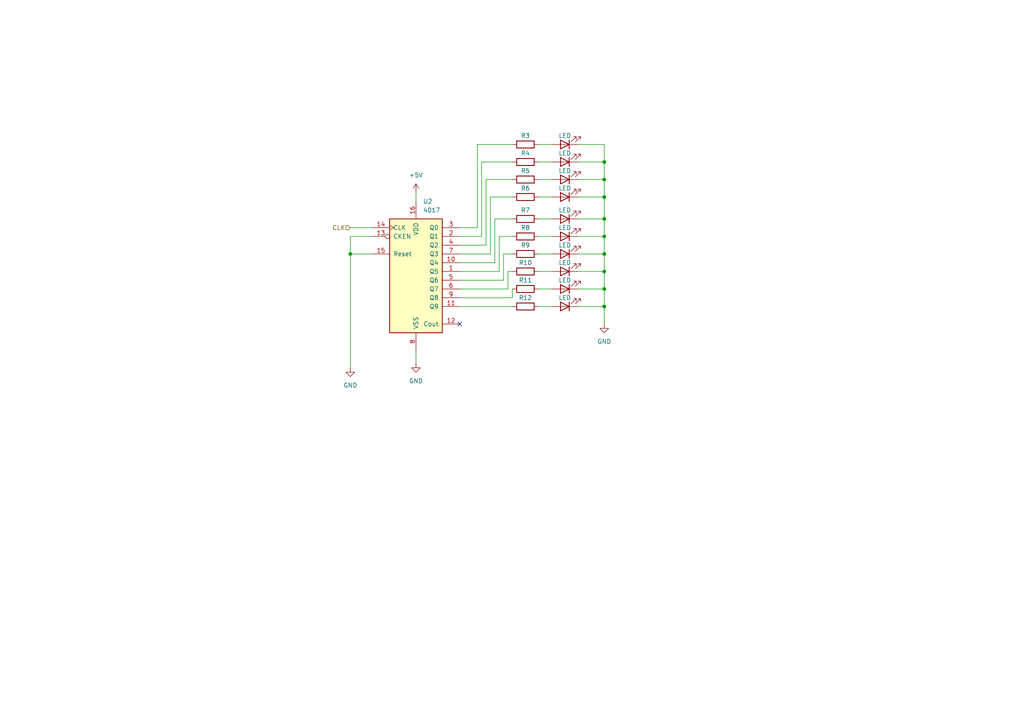
<source format=kicad_sch>
(kicad_sch (version 20211123) (generator eeschema)
  (paper "A4")
  (lib_symbols
    (symbol "4xxx:4017" (pin_names (offset 1.016))
      (property "Reference" "U" (at -7.62 16.51 0))
      (property "Value" "4017" (at -7.62 -19.05 0))
      (symbol "4017_1_0"
        (pin output line (at 12.7 0 180) (length 5.08) (name "Q5") (number "1"))
        (pin output line (at 12.7 2.54 180) (length 5.08) (name "Q4") (number "10"))
        (pin output line (at 12.7 -10.16 180) (length 5.08) (name "Q9") (number "11"))
        (pin output line (at 12.7 -15.24 180) (length 5.08) (name "Cout") (number "12"))
        (pin input inverted (at -12.7 10.16 0) (length 5.08) (name "CKEN") (number "13"))
        (pin input clock (at -12.7 12.7 0) (length 5.08) (name "CLK") (number "14"))
        (pin input line (at -12.7 5.08 0) (length 5.08) (name "Reset") (number "15"))
        (pin power_in line (at 0 20.32 270) (length 5.08) (name "VDD") (number "16"))
        (pin output line (at 12.7 10.16 180) (length 5.08) (name "Q1") (number "2"))
        (pin output line (at 12.7 12.7 180) (length 5.08) (name "Q0") (number "3"))
        (pin output line (at 12.7 7.62 180) (length 5.08) (name "Q2") (number "4"))
        (pin output line (at 12.7 -2.54 180) (length 5.08) (name "Q6") (number "5"))
        (pin output line (at 12.7 -5.08 180) (length 5.08) (name "Q7") (number "6"))
        (pin output line (at 12.7 5.08 180) (length 5.08) (name "Q3") (number "7"))
        (pin power_in line (at 0 -22.86 90) (length 5.08) (name "VSS") (number "8"))
        (pin output line (at 12.7 -7.62 180) (length 5.08) (name "Q8") (number "9"))
      )
      (symbol "4017_1_1"
        (rectangle (start -7.62 15.24) (end 7.62 -17.78) (stroke (width 0.254)) (fill (type background)))
      )
    )
    (symbol "Device:LED" (pin_numbers hide) (pin_names (offset 1.016) hide)
      (property "Reference" "D" (at 0 2.54 0))
      (property "Value" "LED" (at 0 -2.54 0))
      (symbol "LED_0_1"
        (polyline (pts (xy -1.27 -1.27) (xy -1.27 1.27)) (stroke (width 0.254)))
        (polyline (pts (xy -1.27 0) (xy 1.27 0)))
        (polyline (pts (xy 1.27 -1.27) (xy 1.27 1.27) (xy -1.27 0) (xy 1.27 -1.27)) (stroke (width 0.254)))
        (polyline (pts (xy -3.048 -0.762) (xy -4.572 -2.286) (xy -3.81 -2.286) (xy -4.572 -2.286) (xy -4.572 -1.524)))
        (polyline (pts (xy -1.778 -0.762) (xy -3.302 -2.286) (xy -2.54 -2.286) (xy -3.302 -2.286) (xy -3.302 -1.524)))
      )
      (symbol "LED_1_1"
        (pin passive line (at -3.81 0 0) (length 2.54) (name "K") (number "1"))
        (pin passive line (at 3.81 0 180) (length 2.54) (name "A") (number "2"))
      )
    )
    (symbol "Device:R" (pin_numbers hide) (pin_names (offset 0))
      (property "Reference" "R" (at 2.032 0 90))
      (property "Value" "R" (at 0 0 90))
      (symbol "R_0_1"
        (rectangle (start -1.016 -2.54) (end 1.016 2.54) (stroke (width 0.254)))
      )
      (symbol "R_1_1"
        (pin passive line (at 0 3.81 270) (length 1.27) (name "~") (number "1"))
        (pin passive line (at 0 -3.81 90) (length 1.27) (name "~") (number "2"))
      )
    )
    (symbol "power:+5V" (power) (pin_names (offset 0))
      (property "Value" "+5V" (at 0 3.556 0))
      (symbol "+5V_0_1"
        (polyline (pts (xy -0.762 1.27) (xy 0 2.54)))
        (polyline (pts (xy 0 0) (xy 0 2.54)))
        (polyline (pts (xy 0 2.54) (xy 0.762 1.27)))
      )
      (symbol "+5V_1_1"
        (pin power_in line (at 0 0 90) (length 0) hide (name "+5V") (number "1"))
      )
    )
    (symbol "power:GND" (power) (pin_names (offset 0))
      (property "Value" "GND" (at 0 -3.81 0))
      (symbol "GND_0_1"
        (polyline (pts (xy 0 0) (xy 0 -1.27) (xy 1.27 -1.27) (xy 0 -2.54) (xy -1.27 -1.27) (xy 0 -1.27)))
      )
      (symbol "GND_1_1"
        (pin power_in line (at 0 0 270) (length 0) hide (name "GND") (number "1"))
      )
    )
  )
  (junction (at 175.26 83.82))
  (junction (at 175.26 73.66))
  (junction (at 175.26 46.99))
  (junction (at 175.26 57.15))
  (junction (at 175.26 63.5))
  (junction (at 175.26 88.9))
  (junction (at 175.26 78.74))
  (junction (at 175.26 52.07))
  (junction (at 175.26 68.58))
  (junction (at 101.6 73.66))
  (no_connect (at 133.35 93.98))
  (wire (pts (xy 133.35 86.36) (xy 148.59 86.36)))
  (wire (pts (xy 146.05 81.28) (xy 146.05 73.66)))
  (wire (pts (xy 167.64 46.99) (xy 175.26 46.99)))
  (wire (pts (xy 143.51 63.5) (xy 148.59 63.5)))
  (wire (pts (xy 107.95 68.58) (xy 101.6 68.58)))
  (wire (pts (xy 175.26 78.74) (xy 175.26 83.82)))
  (wire (pts (xy 140.97 52.07) (xy 148.59 52.07)))
  (wire (pts (xy 133.35 66.04) (xy 138.43 66.04)))
  (wire (pts (xy 167.64 78.74) (xy 175.26 78.74)))
  (wire (pts (xy 175.26 52.07) (xy 175.26 57.15)))
  (wire (pts (xy 156.21 57.15) (xy 160.02 57.15)))
  (wire (pts (xy 144.78 78.74) (xy 144.78 68.58)))
  (wire (pts (xy 175.26 73.66) (xy 175.26 78.74)))
  (wire (pts (xy 139.7 68.58) (xy 139.7 46.99)))
  (wire (pts (xy 101.6 68.58) (xy 101.6 73.66)))
  (wire (pts (xy 175.26 41.91) (xy 167.64 41.91)))
  (wire (pts (xy 156.21 63.5) (xy 160.02 63.5)))
  (wire (pts (xy 133.35 73.66) (xy 142.24 73.66)))
  (wire (pts (xy 156.21 73.66) (xy 160.02 73.66)))
  (wire (pts (xy 175.26 41.91) (xy 175.26 46.99)))
  (wire (pts (xy 156.21 46.99) (xy 160.02 46.99)))
  (wire (pts (xy 167.64 83.82) (xy 175.26 83.82)))
  (wire (pts (xy 142.24 57.15) (xy 148.59 57.15)))
  (wire (pts (xy 167.64 57.15) (xy 175.26 57.15)))
  (wire (pts (xy 175.26 83.82) (xy 175.26 88.9)))
  (wire (pts (xy 148.59 83.82) (xy 148.59 86.36)))
  (wire (pts (xy 156.21 52.07) (xy 160.02 52.07)))
  (wire (pts (xy 142.24 73.66) (xy 142.24 57.15)))
  (wire (pts (xy 133.35 88.9) (xy 148.59 88.9)))
  (wire (pts (xy 156.21 88.9) (xy 160.02 88.9)))
  (wire (pts (xy 101.6 73.66) (xy 107.95 73.66)))
  (wire (pts (xy 167.64 68.58) (xy 175.26 68.58)))
  (wire (pts (xy 167.64 88.9) (xy 175.26 88.9)))
  (wire (pts (xy 146.05 73.66) (xy 148.59 73.66)))
  (wire (pts (xy 120.65 55.88) (xy 120.65 58.42)))
  (wire (pts (xy 175.26 68.58) (xy 175.26 73.66)))
  (wire (pts (xy 101.6 73.66) (xy 101.6 106.68)))
  (wire (pts (xy 156.21 83.82) (xy 160.02 83.82)))
  (wire (pts (xy 133.35 71.12) (xy 140.97 71.12)))
  (wire (pts (xy 133.35 81.28) (xy 146.05 81.28)))
  (wire (pts (xy 175.26 63.5) (xy 175.26 68.58)))
  (wire (pts (xy 101.6 66.04) (xy 107.95 66.04)))
  (wire (pts (xy 175.26 46.99) (xy 175.26 52.07)))
  (wire (pts (xy 156.21 68.58) (xy 160.02 68.58)))
  (wire (pts (xy 133.35 76.2) (xy 143.51 76.2)))
  (wire (pts (xy 138.43 41.91) (xy 148.59 41.91)))
  (wire (pts (xy 139.7 46.99) (xy 148.59 46.99)))
  (wire (pts (xy 140.97 71.12) (xy 140.97 52.07)))
  (wire (pts (xy 133.35 83.82) (xy 147.32 83.82)))
  (wire (pts (xy 133.35 68.58) (xy 139.7 68.58)))
  (wire (pts (xy 133.35 78.74) (xy 144.78 78.74)))
  (wire (pts (xy 156.21 78.74) (xy 160.02 78.74)))
  (wire (pts (xy 147.32 78.74) (xy 148.59 78.74)))
  (wire (pts (xy 143.51 76.2) (xy 143.51 63.5)))
  (wire (pts (xy 147.32 83.82) (xy 147.32 78.74)))
  (wire (pts (xy 156.21 41.91) (xy 160.02 41.91)))
  (wire (pts (xy 138.43 66.04) (xy 138.43 41.91)))
  (wire (pts (xy 175.26 57.15) (xy 175.26 63.5)))
  (wire (pts (xy 167.64 63.5) (xy 175.26 63.5)))
  (wire (pts (xy 167.64 52.07) (xy 175.26 52.07)))
  (wire (pts (xy 120.65 101.6) (xy 120.65 105.41)))
  (wire (pts (xy 167.64 73.66) (xy 175.26 73.66)))
  (wire (pts (xy 175.26 88.9) (xy 175.26 93.98)))
  (wire (pts (xy 144.78 68.58) (xy 148.59 68.58)))
  (hierarchical_label "CLK" (shape input) (at 101.6 66.04 180))
  (symbol (lib_id "Device:LED") (at 163.83 83.82 180) (unit 1)
    (property "Reference" "D9" (effects hide))
    (property "Value" "LED" (at 163.83 81.28 0))
    (property "Footprint" "LED_SMD:LED_0603_1608Metric" (effects hide))
  )
  (symbol (lib_id "Device:LED") (at 163.83 57.15 180) (unit 1)
    (property "Reference" "D4" (effects hide))
    (property "Value" "LED" (at 163.83 54.61 0))
    (property "Footprint" "LED_SMD:LED_0603_1608Metric" (effects hide))
  )
  (symbol (lib_id "Device:LED") (at 163.83 78.74 180) (unit 1)
    (property "Reference" "D8" (effects hide))
    (property "Value" "LED" (at 163.83 76.2 0))
    (property "Footprint" "LED_SMD:LED_0603_1608Metric" (effects hide))
  )
  (symbol (lib_id "Device:R") (at 152.4 57.15 90) (unit 1)
    (property "Reference" "R6" (at 152.4 54.61 90))
    (property "Value" "300" (effects hide))
    (property "Footprint" "Resistor_SMD:R_0201_0603Metric" (effects hide))
  )
  (symbol (lib_id "Device:R") (at 152.4 52.07 90) (unit 1)
    (property "Reference" "R5" (at 152.4 49.53 90))
    (property "Value" "300" (effects hide))
    (property "Footprint" "Resistor_SMD:R_0201_0603Metric" (effects hide))
  )
  (symbol (lib_id "Device:R") (at 152.4 78.74 90) (unit 1)
    (property "Reference" "R10" (at 152.4 76.2 90))
    (property "Value" "300" (effects hide))
    (property "Footprint" "Resistor_SMD:R_0201_0603Metric" (effects hide))
  )
  (symbol (lib_id "Device:R") (at 152.4 73.66 90) (unit 1)
    (property "Reference" "R9" (at 152.4 71.12 90))
    (property "Value" "300" (effects hide))
    (property "Footprint" "Resistor_SMD:R_0201_0603Metric" (effects hide))
  )
  (symbol (lib_id "power:GND") (at 175.26 93.98 0) (unit 1)
    (property "Reference" "#PWR0108" (effects hide))
    (property "Value" "GND" (at 175.26 99.06 0))
  )
  (symbol (lib_id "power:GND") (at 101.6 106.68 0) (unit 1)
    (property "Reference" "#PWR0112" (effects hide))
    (property "Value" "GND" (at 101.6 111.76 0))
  )
  (symbol (lib_id "Device:LED") (at 163.83 52.07 180) (unit 1)
    (property "Reference" "D3" (effects hide))
    (property "Value" "LED" (at 163.83 49.53 0))
    (property "Footprint" "LED_SMD:LED_0603_1608Metric" (effects hide))
  )
  (symbol (lib_id "Device:R") (at 152.4 83.82 90) (unit 1)
    (property "Reference" "R11" (at 152.4 81.28 90))
    (property "Value" "300" (effects hide))
    (property "Footprint" "Resistor_SMD:R_0201_0603Metric" (effects hide))
  )
  (symbol (lib_id "power:+5V") (at 120.65 55.88 0) (unit 1)
    (property "Reference" "#PWR0111" (effects hide))
    (property "Value" "+5V" (at 120.65 50.8 0))
  )
  (symbol (lib_id "Device:R") (at 152.4 46.99 90) (unit 1)
    (property "Reference" "R4" (at 152.4 44.45 90))
    (property "Value" "300" (effects hide))
    (property "Footprint" "Resistor_SMD:R_0201_0603Metric" (effects hide))
  )
  (symbol (lib_id "Device:R") (at 152.4 68.58 90) (unit 1)
    (property "Reference" "R8" (at 152.4 66.04 90))
    (property "Value" "300" (effects hide))
    (property "Footprint" "Resistor_SMD:R_0201_0603Metric" (effects hide))
  )
  (symbol (lib_id "Device:R") (at 152.4 63.5 90) (unit 1)
    (property "Reference" "R7" (at 152.4 60.96 90))
    (property "Value" "300" (effects hide))
    (property "Footprint" "Resistor_SMD:R_0201_0603Metric" (effects hide))
  )
  (symbol (lib_id "Device:LED") (at 163.83 88.9 180) (unit 1)
    (property "Reference" "D10" (effects hide))
    (property "Value" "LED" (at 163.83 86.36 0))
    (property "Footprint" "LED_SMD:LED_0603_1608Metric" (effects hide))
  )
  (symbol (lib_id "4xxx:4017") (at 120.65 78.74 0) (unit 1)
    (property "Reference" "U2" (at 122.6694 58.42 0) (effects (justify left)))
    (property "Value" "4017" (at 122.6694 60.96 0) (effects (justify left)))
    (property "Footprint" "Package_DIP:DIP-4_W7.62mm" (effects hide))
    (property "Datasheet" "http://www.intersil.com/content/dam/Intersil/documents/cd40/cd4017bms-22bms.pdf" (effects hide))
  )
  (symbol (lib_id "Device:R") (at 152.4 88.9 90) (unit 1)
    (property "Reference" "R12" (at 152.4 86.36 90))
    (property "Value" "300" (effects hide))
    (property "Footprint" "Resistor_SMD:R_0201_0603Metric" (effects hide))
  )
  (symbol (lib_id "power:GND") (at 120.65 105.41 0) (unit 1)
    (property "Reference" "#PWR0107" (effects hide))
    (property "Value" "GND" (at 120.65 110.49 0))
  )
  (symbol (lib_id "Device:LED") (at 163.83 41.91 180) (unit 1)
    (property "Reference" "D1" (effects hide))
    (property "Value" "LED" (at 163.83 39.37 0))
    (property "Footprint" "LED_SMD:LED_0603_1608Metric" (effects hide))
  )
  (symbol (lib_id "Device:R") (at 152.4 41.91 90) (unit 1)
    (property "Reference" "R3" (at 152.4 39.37 90))
    (property "Value" "300" (effects hide))
    (property "Footprint" "Resistor_SMD:R_0201_0603Metric" (effects hide))
  )
  (symbol (lib_id "Device:LED") (at 163.83 68.58 180) (unit 1)
    (property "Reference" "D6" (effects hide))
    (property "Value" "LED" (at 163.83 66.04 0))
    (property "Footprint" "LED_SMD:LED_0603_1608Metric" (effects hide))
  )
  (symbol (lib_id "Device:LED") (at 163.83 63.5 180) (unit 1)
    (property "Reference" "D5" (effects hide))
    (property "Value" "LED" (at 163.83 60.96 0))
    (property "Footprint" "LED_SMD:LED_0603_1608Metric" (effects hide))
  )
  (symbol (lib_id "Device:LED") (at 163.83 46.99 180) (unit 1)
    (property "Reference" "D2" (effects hide))
    (property "Value" "LED" (at 163.83 44.45 0))
    (property "Footprint" "LED_SMD:LED_0603_1608Metric" (effects hide))
  )
  (symbol (lib_id "Device:LED") (at 163.83 73.66 180) (unit 1)
    (property "Reference" "D7" (effects hide))
    (property "Value" "LED" (at 163.83 71.12 0))
    (property "Footprint" "LED_SMD:LED_0603_1608Metric" (effects hide))
  )
)
</source>
